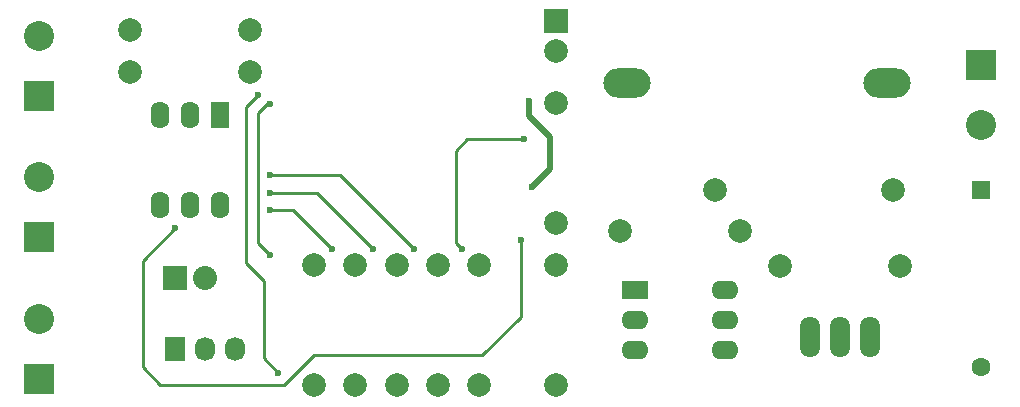
<source format=gbr>
G04 #@! TF.FileFunction,Copper,L2,Bot,Signal*
%FSLAX46Y46*%
G04 Gerber Fmt 4.6, Leading zero omitted, Abs format (unit mm)*
G04 Created by KiCad (PCBNEW 4.0.0-rc1-stable) date 12/10/2015 22:49:16*
%MOMM*%
G01*
G04 APERTURE LIST*
%ADD10C,0.100000*%
%ADD11R,2.000000X2.000000*%
%ADD12C,2.000000*%
%ADD13C,1.998980*%
%ADD14O,1.699260X3.500120*%
%ADD15R,1.574800X2.286000*%
%ADD16O,1.574800X2.286000*%
%ADD17R,2.286000X1.574800*%
%ADD18O,2.286000X1.574800*%
%ADD19R,1.600000X1.600000*%
%ADD20C,1.600000*%
%ADD21O,4.000500X2.499360*%
%ADD22R,2.540000X2.540000*%
%ADD23C,2.540000*%
%ADD24R,2.032000X2.032000*%
%ADD25O,2.032000X2.032000*%
%ADD26R,1.727200X2.032000*%
%ADD27O,1.727200X2.032000*%
%ADD28C,0.600000*%
%ADD29C,0.250000*%
%ADD30C,0.500000*%
G04 APERTURE END LIST*
D10*
D11*
X136000000Y-58750000D03*
D12*
X136000000Y-61290000D03*
D13*
X149500000Y-73000000D03*
X164500000Y-73000000D03*
D14*
X160000000Y-85500000D03*
X162540000Y-85500000D03*
X157460000Y-85500000D03*
D13*
X110080000Y-59500000D03*
X99920000Y-59500000D03*
X110080000Y-63000000D03*
X99920000Y-63000000D03*
X136000000Y-75830000D03*
X136000000Y-65670000D03*
X136000000Y-79420000D03*
X136000000Y-89580000D03*
X141420000Y-76500000D03*
X151580000Y-76500000D03*
X165080000Y-79500000D03*
X154920000Y-79500000D03*
D15*
X107540000Y-66690000D03*
D16*
X105000000Y-66690000D03*
X102460000Y-66690000D03*
X102460000Y-74310000D03*
X105000000Y-74310000D03*
X107540000Y-74310000D03*
D17*
X142690000Y-81460000D03*
D18*
X142690000Y-84000000D03*
X142690000Y-86540000D03*
X150310000Y-86540000D03*
X150310000Y-84000000D03*
X150310000Y-81460000D03*
D19*
X172000000Y-73000000D03*
D20*
X172000000Y-88000000D03*
D21*
X164000740Y-64000000D03*
X141999260Y-64000000D03*
D22*
X92250000Y-77040000D03*
D23*
X92250000Y-71960000D03*
D22*
X92250000Y-89040000D03*
D23*
X92250000Y-83960000D03*
D22*
X172000000Y-62460000D03*
D23*
X172000000Y-67540000D03*
D13*
X122500000Y-89580000D03*
X122500000Y-79420000D03*
X119000000Y-89580000D03*
X119000000Y-79420000D03*
X129500000Y-89580000D03*
X129500000Y-79420000D03*
X115500000Y-89580000D03*
X115500000Y-79420000D03*
X126000000Y-79420000D03*
X126000000Y-89580000D03*
D24*
X103750000Y-80500000D03*
D25*
X106290000Y-80500000D03*
D22*
X92250000Y-65040000D03*
D23*
X92250000Y-59960000D03*
D26*
X103750000Y-86500000D03*
D27*
X106290000Y-86500000D03*
X108830000Y-86500000D03*
D28*
X110750000Y-65000000D03*
X112500000Y-88500000D03*
X133000000Y-77250000D03*
X103750000Y-76250000D03*
X133750000Y-65500000D03*
X134000000Y-72750000D03*
X111750000Y-65750000D03*
X111750000Y-78500000D03*
X111750000Y-71750000D03*
X124000000Y-78000000D03*
X111750000Y-73250000D03*
X120500000Y-78000000D03*
X111750000Y-74750000D03*
X117000000Y-78000000D03*
X133250000Y-68750000D03*
X128000000Y-78000000D03*
D29*
X109750000Y-66000000D02*
X110750000Y-65000000D01*
X109750000Y-79250000D02*
X109750000Y-66000000D01*
X111250000Y-80750000D02*
X109750000Y-79250000D01*
X111250000Y-87250000D02*
X111250000Y-80750000D01*
X112500000Y-88500000D02*
X111250000Y-87250000D01*
X133000000Y-77250000D02*
X133000000Y-83750000D01*
X133000000Y-83750000D02*
X129750000Y-87000000D01*
X129750000Y-87000000D02*
X115500000Y-87000000D01*
X115500000Y-87000000D02*
X113000000Y-89500000D01*
X113000000Y-89500000D02*
X102500000Y-89500000D01*
X102500000Y-89500000D02*
X101000000Y-88000000D01*
X101000000Y-88000000D02*
X101000000Y-79000000D01*
X101000000Y-79000000D02*
X103750000Y-76250000D01*
D30*
X133750000Y-66750000D02*
X133750000Y-65500000D01*
X135500000Y-68500000D02*
X133750000Y-66750000D01*
X135500000Y-71250000D02*
X135500000Y-68500000D01*
X134000000Y-72750000D02*
X135500000Y-71250000D01*
D29*
X111500000Y-65750000D02*
X111750000Y-65750000D01*
X110750000Y-66500000D02*
X111500000Y-65750000D01*
X110750000Y-77500000D02*
X110750000Y-66500000D01*
X111750000Y-78500000D02*
X110750000Y-77500000D01*
X117750000Y-71750000D02*
X111750000Y-71750000D01*
X124000000Y-78000000D02*
X117750000Y-71750000D01*
X115750000Y-73250000D02*
X111750000Y-73250000D01*
X120500000Y-78000000D02*
X115750000Y-73250000D01*
X113750000Y-74750000D02*
X111750000Y-74750000D01*
X117000000Y-78000000D02*
X113750000Y-74750000D01*
X128500000Y-68750000D02*
X133250000Y-68750000D01*
X127500000Y-69750000D02*
X128500000Y-68750000D01*
X127500000Y-77500000D02*
X127500000Y-69750000D01*
X128000000Y-78000000D02*
X127500000Y-77500000D01*
M02*

</source>
